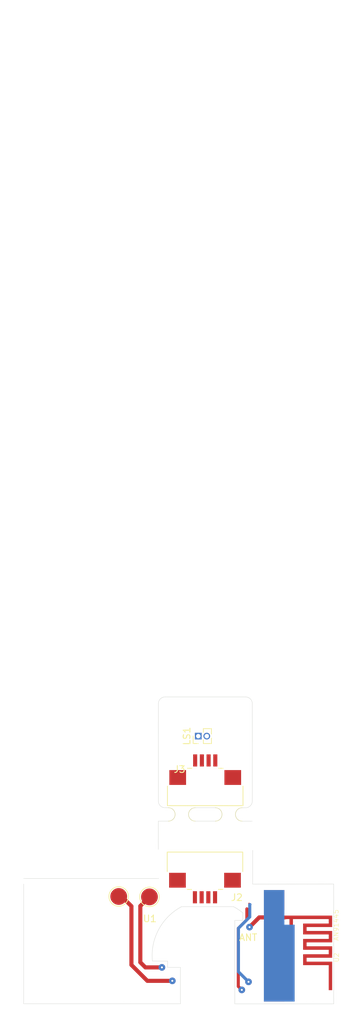
<source format=kicad_pcb>
(kicad_pcb (version 20211014) (generator pcbnew)
  (layers (0 "F.Cu" signal) (31 "B.Cu" signal) (34 "B.Paste" user) (35 "F.Paste" user) (36 "B.SilkS" user "B.Silkscreen") (37 "F.SilkS" user "F.Silkscreen") (38 "B.Mask" user) (39 "F.Mask" user) (44 "Edge.Cuts" user))
  (net 0 "")
  (net 1 "/BT_SPK-")
  (net 2 "/BT_SPK+")
  (net 3 "/SPK-")
  (net 4 "/SPK+")
  (net 5 "/BATT+")
  (net 6 "GND")
  (net 7 "Net-(U1-Pad1)")
  (footprint "MySymbols:bt_player" (layer "F.Cu") (at 154.184151 115.48892 180)
    (fp_text reference "U1" (at 8.6 5.5) (layer "F.SilkS"))
    (fp_text value "bt_player")
    (fp_text user "ANT" (at -6.05 2.7) (layer "F.SilkS"))
    (pad "1" thru_hole circle locked (at -6.25 4.25 180) (size 1 1) (drill 0.3) (layers *.Cu *.Mask) (net 7 "Net-(U1-Pad1)"))
    (pad "2" thru_hole circle locked (at -6.1 -3.9 180) (size 1 1) (drill 0.3) (layers *.Cu *.Mask) (net 2 "/BT_SPK+"))
    (pad "3" thru_hole circle locked (at -5.1 -5.1 180) (size 1 1) (drill 0.3) (layers *.Cu *.Mask) (net 1 "/BT_SPK-"))
    (pad "4" thru_hole circle locked (at 5.25 -3.75 180) (size 1 1) (drill 0.3) (layers *.Cu *.Mask) (net 6 "GND"))
    (pad "5" thru_hole circle locked (at 6.8 -1.75 180) (size 1 1) (drill 0.3) (layers *.Cu *.Mask) (net 5 "/BATT+"))
  )
  (footprint "MountingHole:MountingHole_2.1mm" (layer "F.Cu") (at 128.524 106.5276)
    (fp_text reference "H1" hide)
    (fp_text value "MountingHole")
    (pad "" np_thru_hole circle locked (at 0 0) (size 2.1 2.1) (drill 2.1) (layers *.Cu *.Mask))
  )
  (footprint "MountingHole:MountingHole_2.1mm" (layer "F.Cu") (at 128.41732 120.91416)
    (fp_text reference "H2" hide)
    (fp_text value "MountingHole")
    (pad "" np_thru_hole circle locked (at 0 0) (size 2.1 2.1) (drill 2.1) (layers *.Cu *.Mask))
  )
  (footprint "MountingHole:MountingHole_2.1mm" (layer "F.Cu") (at 157.3275 84.744)
    (fp_text reference "H3" hide)
    (fp_text value "MountingHole")
    (pad "" np_thru_hole circle locked (at 0 0) (size 2.1 2.1) (drill 2.1) (layers *.Cu *.Mask))
  )
  (footprint "MountingHole:MountingHole_2.1mm" (layer "F.Cu") (at 149.1475 84.834)
    (fp_text reference "H4" hide)
    (fp_text value "MountingHole")
    (pad "" np_thru_hole circle locked (at 0 0) (size 2.1 2.1) (drill 2.1) (layers *.Cu *.Mask))
  )
  (footprint "MountingHole:MountingHole_2.1mm" (layer "F.Cu") (at 148.6675 79.374)
    (fp_text reference "H6" hide)
    (fp_text value "MountingHole")
    (pad "" np_thru_hole circle locked (at 0 0) (size 2.1 2.1) (drill 2.1) (layers *.Cu *.Mask))
  )
  (footprint "MountingHole:MountingHole_2.1mm" (layer "F.Cu") (at 170.72 107.42)
    (fp_text reference "H7" hide)
    (fp_text value "MountingHole")
    (pad "" np_thru_hole circle locked (at 0 0) (size 2.1 2.1) (drill 2.1) (layers *.Cu *.Mask))
  )
  (footprint "MountingHole:MountingHole_2.1mm" (layer "F.Cu") (at 169.45 120.98)
    (fp_text reference "H9" hide)
    (fp_text value "MountingHole")
    (pad "" np_thru_hole circle locked (at 0 0) (size 2.1 2.1) (drill 2.1) (layers *.Cu *.Mask))
  )
  (footprint "MountingHole:MountingHole_2.1mm" (layer "F.Cu") (at 142.19936 121.00052)
    (fp_text reference "H10" hide)
    (fp_text value "MountingHole")
    (pad "" np_thru_hole circle locked (at 0 0) (size 2.1 2.1) (drill 2.1) (layers *.Cu *.Mask))
  )
  (footprint "MountingHole:MountingHole_2.1mm" (layer "F.Cu") (at 157.5875 79.024)
    (fp_text reference "H8" hide)
    (fp_text value "MountingHole")
    (pad "" np_thru_hole circle locked (at 0 0) (size 2.1 2.1) (drill 2.1) (layers *.Cu *.Mask))
  )
  (footprint "TestPoint:TestPoint_Pad_D2.5mm" (layer "F.Cu") (at 145.53 106.74)
    (fp_text reference "TP1" hide)
    (fp_text value "TestPoint" hide)
    (fp_circle (center 0 0) (end 0 1.45) (layer "F.SilkS") (width 0.12) (fill none))
    (pad "1" smd circle (at 0 0) (size 2.5 2.5) (layers "F.Cu" "F.Mask") (net 5 "/BATT+"))
  )
  (footprint "TestPoint:TestPoint_Pad_D2.5mm" (layer "F.Cu") (at 140.95 106.68)
    (fp_text reference "TP2" hide)
    (fp_text value "TestPoint" hide)
    (fp_circle (center 0 0) (end 0 1.45) (layer "F.SilkS") (width 0.12) (fill none))
    (pad "1" smd circle (at 0 0) (size 2.5 2.5) (layers "F.Cu" "F.Mask") (net 6 "GND"))
  )
  (footprint "Connector_Samtec_ZF_smd:ZF1-04-02-T-WT" (layer "F.Cu") (at 152.3375 86.4282)
    (fp_text reference "J3" (at -2.3238 1.3284) (layer "F.SilkS"))
    (fp_text value "CONN_ZF1-04-X-X-X" hide)
    (fp_line (start 4.156435 1.1684) (end 3.503764 1.1684) (layer "F.SilkS") (width 0.12))
    (fp_line (start -4.1261 6.731) (end 7.1261 6.731) (layer "F.SilkS") (width 0.12))
    (fp_line (start -4.1261 3.822307) (end -4.1261 6.731) (layer "F.SilkS") (width 0.12))
    (fp_line (start 7.1261 6.731) (end 7.1261 3.822307) (layer "F.SilkS") (width 0.12))
    (fp_line (start -0.503764 1.1684) (end -1.156435 1.1684) (layer "F.SilkS") (width 0.12))
    (pad "1" smd rect locked (at 0 0) (size 0.6096 1.8034) (layers "F.Cu" "F.Paste" "F.Mask") (net 3 "/SPK-"))
    (pad "2" smd rect locked (at 1.000001 0) (size 0.6096 1.8034) (layers "F.Cu" "F.Paste" "F.Mask") (net 3 "/SPK-"))
    (pad "3" smd rect locked (at 1.999999 0) (size 0.6096 1.8034) (layers "F.Cu" "F.Paste" "F.Mask") (net 4 "/SPK+"))
    (pad "4" smd rect locked (at 3 0) (size 0.6096 1.8034) (layers "F.Cu" "F.Paste" "F.Mask") (net 4 "/SPK+"))
    (pad "5" smd rect locked (at -2.599999 2.54) (size 2.4892 2.2098) (layers "F.Cu" "F.Paste" "F.Mask"))
    (pad "6" smd rect locked (at 5.599999 2.54) (size 2.4892 2.2098) (layers "F.Cu" "F.Paste" "F.Mask"))
  )
  (footprint "Connector_PinHeader_1.27mm:PinHeader_1x02_P1.27mm_Vertical" (layer "F.Cu") (at 152.7975 82.804 90)
    (fp_text reference "LS1" (at 0 -1.695 90) (layer "F.SilkS"))
    (fp_text value "Speaker")
    (fp_line (start 1.11 0.76) (end 1.11 1.965) (layer "F.SilkS") (width 0.12))
    (fp_line (start -1.11 0) (end -1.11 -0.76) (layer "F.SilkS") (width 0.12))
    (fp_line (start -1.11 -0.76) (end 0 -0.76) (layer "F.SilkS") (width 0.12))
    (fp_line (start 0.30753 1.965) (end 1.11 1.965) (layer "F.SilkS") (width 0.12))
    (fp_line (start 0.563471 0.76) (end 1.11 0.76) (layer "F.SilkS") (width 0.12))
    (fp_line (start -1.11 0.76) (end -0.563471 0.76) (layer "F.SilkS") (width 0.12))
    (fp_line (start -1.11 1.965) (end -0.30753 1.965) (layer "F.SilkS") (width 0.12))
    (fp_line (start -1.11 0.76) (end -1.11 1.965) (layer "F.SilkS") (width 0.12))
    (pad "1" thru_hole rect locked (at 0 0 90) (size 1 1) (drill 0.65) (layers *.Cu *.Mask) (net 3 "/SPK-"))
    (pad "2" thru_hole oval locked (at 0 1.27 90) (size 1 1) (drill 0.65) (layers *.Cu *.Mask) (net 4 "/SPK+"))
  )
  (footprint "Panelization:mouse-bite-2mm-slot" (layer "F.Cu") (at 157.3375 94.464)
    (fp_text reference "mouse-bite-2mm-slot" hide)
    (fp_text value "VAL**" hide)
    (fp_arc (start -2 -1) (mid -1 0) (end -2 1) (layer "F.SilkS") (width 0.1))
    (fp_arc (start 2 1) (mid 1 0) (end 2 -1) (layer "F.SilkS") (width 0.1))
    (pad "" np_thru_hole circle locked (at 0.75 -0.75) (size 0.5 0.5) (drill 0.5) (layers *.Cu *.Mask))
    (pad "" np_thru_hole circle locked (at 0 -0.75) (size 0.5 0.5) (drill 0.5) (layers *.Cu *.Mask))
    (pad "" np_thru_hole circle locked (at -0.75 -0.75) (size 0.5 0.5) (drill 0.5) (layers *.Cu *.Mask))
    (pad "" np_thru_hole circle locked (at 0 0.75) (size 0.5 0.5) (drill 0.5) (layers *.Cu *.Mask))
    (pad "" np_thru_hole circle locked (at 0.75 0.75) (size 0.5 0.5) (drill 0.5) (layers *.Cu *.Mask))
    (pad "" np_thru_hole circle locked (at -0.75 0.75) (size 0.5 0.5) (drill 0.5) (layers *.Cu *.Mask))
  )
  (footprint "Antennas:AN91445" (layer "F.Cu") (at 167.66 114.02 -90)
    (fp_text reference "U2" (at 1.75 -5.725 90) (layer "F.SilkS") (effects (font (size 0.7 0.7) (thickness 0.07))))
    (fp_text value "AN91445" (at -3.075 -5.675 90) (layer "F.SilkS") (effects (font (size 0.7 0.7) (thickness 0.07))))
    (fp_poly (pts (xy -2.794 -1.27) (xy -2.201333 -1.27) (xy -2.201333 -5.08) (xy -0.508 -5.08) (xy -0.508 -1.27) (xy 0.084667 -1.27) (xy 0.084667 -5.08) (xy 1.778 -5.08) (xy 1.778 -1.27) (xy 2.370667 -1.27) (xy 2.370667 -5.08) (xy 6.604 -5.08) (xy 6.604 -4.572) (xy 2.878667 -4.572) (xy 2.878667 -0.762) (xy 1.27 -0.762) (xy 1.27 -4.572) (xy 0.592667 -4.572) (xy 0.592667 -0.762) (xy -1.016 -0.762) (xy -1.016 -4.572) (xy -1.693333 -4.572) (xy -1.693333 -0.762) (xy -3.302 -0.762) (xy -3.302 -4.572) (xy -3.979333 -4.572) (xy -3.979333 0.762) (xy 2.963333 0.762) (xy 2.963333 1.27) (xy -3.979333 1.27) (xy -3.979333 1.653414) (xy -3.907973 2.095015) (xy -3.725333 2.539999) (xy -3.616882 2.765026) (xy -3.544645 2.958245) (xy -3.501305 3.163499) (xy -3.479541 3.424628) (xy -3.472037 3.785474) (xy -3.471333 4.061585) (xy -3.471333 5.08) (xy -4.995333 5.08) (xy -4.995333 4.103918) (xy -4.992428 3.672772) (xy -4.978472 3.36516) (xy -4.945608 3.135313) (xy -4.885975 2.937464) (xy -4.791715 2.725844) (xy -4.741333 2.624666) (xy -4.487333 2.121495) (xy -4.487333 -5.08) (xy -2.794 -5.08) (xy -2.794 -1.27)) (layer "F.Cu") (width 0.01) (fill solid))
    (fp_poly (pts (xy -5.334 5.08) (xy -8.297333 5.08) (xy -8.297333 2.032) (xy -5.334 2.032) (xy -5.334 5.08)) (layer "F.Cu") (width 0.01) (fill solid))
    (fp_poly (pts (xy 8.297333 5.08) (xy -3.132667 5.08) (xy -3.132667 2.032) (xy 8.297333 2.032) (xy 8.297333 5.08)) (layer "F.Cu") (width 0.01) (fill solid))
    (fp_poly (pts (xy 8.297333 5.086) (xy -8.297333 5.086) (xy -8.297333 2.038) (xy -3.132667 2.038) (xy -3.132667 0.514) (xy 8.297333 0.514) (xy 8.297333 5.086)) (layer "B.Cu") (width 0.01) (fill solid))
    (pad "1" smd circle locked (at -4.225 4.525 270) (size 1 1) (layers "F.Cu" "F.Paste") (net 7 "Net-(U1-Pad1)"))
    (pad "2" smd circle locked (at -6 4.525 270) (size 1 1) (layers "F.Cu" "F.Paste") (net 6 "GND"))
  )
  (footprint "Panelization:mouse-bite-2mm-slot" (layer "F.Cu") (at 150.3513 94.4642)
    (fp_text reference "mouse-bite-2mm-slot" hide)
    (fp_text value "VAL**" hide)
    (fp_arc (start 2 1) (mid 1 0) (end 2 -1) (layer "F.SilkS") (width 0.1))
    (fp_arc (start -2 -1) (mid -1 0) (end -2 1) (layer "F.SilkS") (width 0.1))
    (pad "" np_thru_hole circle locked (at 0 0.75) (size 0.5 0.5) (drill 0.5) (layers *.Cu *.Mask))
    (pad "" np_thru_hole circle locked (at 0.75 0.75) (size 0.5 0.5) (drill 0.5) (layers *.Cu *.Mask))
    (pad "" np_thru_hole circle locked (at -0.75 -0.75) (size 0.5 0.5) (drill 0.5) (layers *.Cu *.Mask))
    (pad "" np_thru_hole circle locked (at 0.75 -0.75) (size 0.5 0.5) (drill 0.5) (layers *.Cu *.Mask))
    (pad "" np_thru_hole circle locked (at -0.75 0.75) (size 0.5 0.5) (drill 0.5) (layers *.Cu *.Mask))
    (pad "" np_thru_hole circle locked (at 0 -0.75) (size 0.5 0.5) (drill 0.5) (layers *.Cu *.Mask))
  )
  (footprint "Connector_Samtec_ZF_smd:ZF1-04-02-T-WT" (layer "F.Cu") (at 155.3 106.8 180)
    (fp_text reference "J2" (at -3.2468 -0.0324) (layer "F.SilkS"))
    (fp_text value "CONN_ZF1-04-X-X-X" hide)
    (fp_line (start -4.1261 6.731) (end 7.1261 6.731) (layer "F.SilkS") (width 0.12))
    (fp_line (start -0.503764 1.1684) (end -1.156435 1.1684) (layer "F.SilkS") (width 0.12))
    (fp_line (start -4.1261 3.822307) (end -4.1261 6.731) (layer "F.SilkS") (width 0.12))
    (fp_line (start 7.1261 6.731) (end 7.1261 3.822307) (layer "F.SilkS") (width 0.12))
    (fp_line (start 4.156435 1.1684) (end 3.503764 1.1684) (layer "F.SilkS") (width 0.12))
    (pad "1" smd rect locked (at 0 0 180) (size 0.6096 1.8034) (layers "F.Cu" "F.Paste" "F.Mask") (net 2 "/BT_SPK+"))
    (pad "2" smd rect locked (at 1.000001 0 180) (size 0.6096 1.8034) (layers "F.Cu" "F.Paste" "F.Mask") (net 2 "/BT_SPK+"))
    (pad "3" smd rect locked (at 1.999999 0 180) (size 0.6096 1.8034) (layers "F.Cu" "F.Paste" "F.Mask") (net 1 "/BT_SPK-"))
    (pad "4" smd rect locked (at 3 0 180) (size 0.6096 1.8034) (layers "F.Cu" "F.Paste" "F.Mask") (net 1 "/BT_SPK-"))
    (pad "5" smd rect locked (at -2.599999 2.54 180) (size 2.4892 2.2098) (layers "F.Cu" "F.Paste" "F.Mask"))
    (pad "6" smd rect locked (at 5.599999 2.54 180) (size 2.4892 2.2098) (layers "F.Cu" "F.Paste" "F.Mask"))
  )
  (gr_line (start 148.22932 116.30152) (end 145.965922 116.296169) (layer "Edge.Cuts") (width 0.05))
  (gr_line (start 148.22932 117.23624) (end 148.22932 116.30152) (layer "Edge.Cuts") (width 0.05))
  (gr_line (start 158.242 110.236) (end 159.4358 110.236) (layer "Edge.Cuts") (width 0.05))
  (gr_line (start 146.8475 99.674) (end 146.8503 95.464) (layer "Edge.Cuts") (width 0.05))
  (gr_arc (start 159.3503 95.474098) (mid 158.350202 94.474) (end 159.3503 93.474) (layer "Edge.Cuts") (width 0.05))
  (gr_line (start 159.4358 110.236) (end 159.435799 109.118401) (layer "Edge.Cuts") (width 0.05))
  (gr_line (start 152.3503 95.464249) (end 155.331972 95.464) (layer "Edge.Cuts") (width 0.05))
  (gr_line (start 148.3447 95.464) (end 146.8503 95.464) (layer "Edge.Cuts") (width 0.05))
  (gr_line (start 158.242 122.66676) (end 158.242 110.236) (layer "Edge.Cuts") (width 0.05))
  (gr_arc (start 159.8475 76.974) (mid 160.554607 77.266893) (end 160.8475 77.974) (layer "Edge.Cuts") (width 0.05))
  (gr_arc (start 148.3503 93.464151) (mid 149.350245 94.4669) (end 148.3447 95.464) (layer "Edge.Cuts") (width 0.05))
  (gr_line (start 126.79172 104) (end 146.91 104) (layer "Edge.Cuts") (width 0.05))
  (gr_line (start 160.8375 95.474) (end 159.3447 95.473849) (layer "Edge.Cuts") (width 0.05))
  (gr_line (start 172.974 122.66676) (end 158.242 122.66676) (layer "Edge.Cuts") (width 0.05))
  (gr_line (start 148.22932 117.23624) (end 150.1394 117.23624) (layer "Edge.Cuts") (width 0.05))
  (gr_line (start 147.8575 76.974) (end 159.8475 76.974) (layer "Edge.Cuts") (width 0.05))
  (gr_line (start 150.31 108.2) (end 158.06 108.2) (layer "Edge.Cuts") (width 0.05))
  (gr_arc (start 145.965922 116.296169) (mid 146.907228 111.587723) (end 150.310001 108.200001) (layer "Edge.Cuts") (width 0.05))
  (gr_line (start 160.9 99.8) (end 160.9 104.84) (layer "Edge.Cuts") (width 0.05))
  (gr_line (start 150.1394 117.23624) (end 150.1394 122.65152) (layer "Edge.Cuts") (width 0.05))
  (gr_arc (start 158.060192 108.19964) (mid 158.771052 108.6245) (end 159.435799 109.118401) (layer "Edge.Cuts") (width 0.05))
  (gr_line (start 152.3503 93.464151) (end 155.337572 93.464151) (layer "Edge.Cuts") (width 0.05))
  (gr_arc (start 160.8447 92.474) (mid 160.551807 93.181107) (end 159.8447 93.474) (layer "Edge.Cuts") (width 0.05))
  (gr_line (start 148.3503 93.464151) (end 147.8559 93.464151) (layer "Edge.Cuts") (width 0.05))
  (gr_arc (start 147.8559 93.464334) (mid 147.155931 93.188674) (end 146.8559 92.4988) (layer "Edge.Cuts") (width 0.05))
  (gr_arc (start 155.337572 93.464151) (mid 156.337545 94.4669) (end 155.331972 95.464) (layer "Edge.Cuts") (width 0.05))
  (gr_line (start 172.97 104.8258) (end 172.974 122.66676) (layer "Edge.Cuts") (width 0.05))
  (gr_line (start 160.9 104.84) (end 172.97 104.8258) (layer "Edge.Cuts") (width 0.05))
  (gr_line (start 159.8447 93.474) (end 159.3503 93.474) (layer "Edge.Cuts") (width 0.05))
  (gr_line (start 146.8575 77.974) (end 146.8559 92.4988) (layer "Edge.Cuts") (width 0.05))
  (gr_arc (start 146.8575 77.974) (mid 147.150393 77.266893) (end 147.8575 76.974) (layer "Edge.Cuts") (width 0.05))
  (gr_line (start 160.8475 77.974) (end 160.8447 92.474) (layer "Edge.Cuts") (width 0.05))
  (gr_arc (start 152.3503 95.464249) (mid 151.350251 94.4642) (end 152.3503 93.464151) (layer "Edge.Cuts") (width 0.05))
  (gr_line (start 126.79172 122.65152) (end 126.79172 104.8258) (layer "Edge.Cuts") (width 0.05))
  (gr_line (start 150.1394 122.65152) (end 126.79172 122.65152) (layer "Edge.Cuts") (width 0.05))
  (segment (start 158.76 120.064769) (end 159.284151 120.58892) (width 0.4572) (layer "F.Cu") (net 1))
  (segment (start 158.76 111.42392) (end 158.76 120.064769) (width 0.4572) (layer "F.Cu") (net 1))
  (segment (start 160.04 110.14392) (end 158.76 111.42392) (width 0.4572) (layer "F.Cu") (net 1))
  (segment (start 160.04 108.52381) (end 160.04 110.14392) (width 0.4572) (layer "F.Cu") (net 1))
  (segment (start 160.35 107.73) (end 160.369999 107.710001) (width 0.2) (layer "F.Cu") (net 2))
  (segment (start 160.5 107.88) (end 160.35 107.73) (width 0.2) (layer "F.Cu") (net 2))
  (segment (start 158.78 117.884769) (end 158.78 111.41) (width 0.4572) (layer "B.Cu") (net 2))
  (segment (start 160.284151 119.38892) (end 158.78 117.884769) (width 0.4572) (layer "B.Cu") (net 2))
  (segment (start 160.47 107.91) (end 160.5 107.88) (width 0.4572) (layer "B.Cu") (net 2))
  (segment (start 158.78 111.41) (end 160.47 109.72) (width 0.4572) (layer "B.Cu") (net 2))
  (segment (start 160.47 109.72) (end 160.47 107.91) (width 0.4572) (layer "B.Cu") (net 2))
  (segment (start 144.1704 116.4844) (end 144.1704 108.0996) (width 0.6096) (layer "F.Cu") (net 5))
  (segment (start 147.384151 117.23892) (end 144.92492 117.23892) (width 0.6096) (layer "F.Cu") (net 5))
  (segment (start 144.92492 117.23892) (end 144.1704 116.4844) (width 0.6096) (layer "F.Cu") (net 5))
  (segment (start 144.1704 108.0996) (end 145.53 106.74) (width 0.6096) (layer "F.Cu") (net 5))
  (segment (start 142.84452 108.12452) (end 141.4 106.68) (width 0.6096) (layer "F.Cu") (net 6))
  (segment (start 145.21296 119.23892) (end 142.84452 116.87048) (width 0.6096) (layer "F.Cu") (net 6))
  (segment (start 141.4 106.68) (end 140.95 106.68) (width 0.6096) (layer "F.Cu") (net 6))
  (segment (start 148.934151 119.23892) (end 145.21296 119.23892) (width 0.6096) (layer "F.Cu") (net 6))
  (segment (start 142.84452 116.87048) (end 142.84452 108.12452) (width 0.6096) (layer "F.Cu") (net 6))
  (segment (start 160.434151 111.23892) (end 161.878071 109.795) (width 0.6096) (layer "F.Cu") (net 7))
  (segment (start 161.878071 109.795) (end 163.135 109.795) (width 0.6096) (layer "F.Cu") (net 7))
)
</source>
